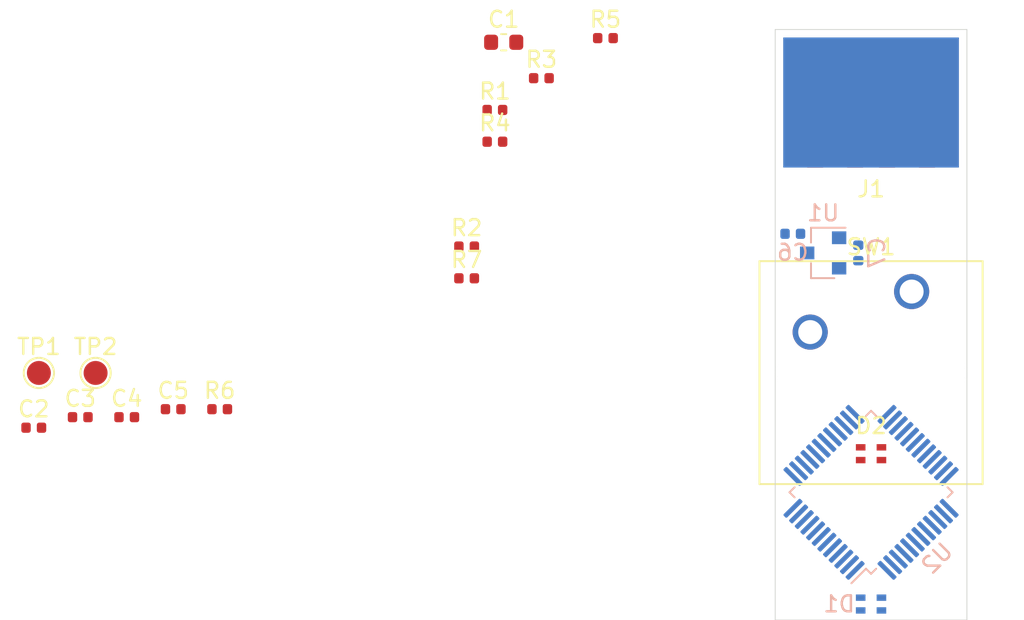
<source format=kicad_pcb>
(kicad_pcb (version 20171130) (host pcbnew 5.1.6)

  (general
    (thickness 1.6)
    (drawings 4)
    (tracks 0)
    (zones 0)
    (modules 22)
    (nets 48)
  )

  (page A4)
  (layers
    (0 F.Cu signal)
    (31 B.Cu signal)
    (32 B.Adhes user)
    (33 F.Adhes user)
    (34 B.Paste user)
    (35 F.Paste user)
    (36 B.SilkS user)
    (37 F.SilkS user)
    (38 B.Mask user)
    (39 F.Mask user)
    (40 Dwgs.User user)
    (41 Cmts.User user)
    (42 Eco1.User user)
    (43 Eco2.User user)
    (44 Edge.Cuts user)
    (45 Margin user)
    (46 B.CrtYd user)
    (47 F.CrtYd user)
    (48 B.Fab user)
    (49 F.Fab user)
  )

  (setup
    (last_trace_width 0.25)
    (trace_clearance 0.2)
    (zone_clearance 0.508)
    (zone_45_only no)
    (trace_min 0.2)
    (via_size 0.8)
    (via_drill 0.4)
    (via_min_size 0.6)
    (via_min_drill 0.3)
    (uvia_size 0.3)
    (uvia_drill 0.1)
    (uvias_allowed no)
    (uvia_min_size 0.2)
    (uvia_min_drill 0.1)
    (edge_width 0.05)
    (segment_width 0.2)
    (pcb_text_width 0.3)
    (pcb_text_size 1.5 1.5)
    (mod_edge_width 0.12)
    (mod_text_size 1 1)
    (mod_text_width 0.15)
    (pad_size 1.524 1.524)
    (pad_drill 0.762)
    (pad_to_mask_clearance 0.05)
    (aux_axis_origin 0 0)
    (visible_elements FFFFF77F)
    (pcbplotparams
      (layerselection 0x010fc_ffffffff)
      (usegerberextensions false)
      (usegerberattributes true)
      (usegerberadvancedattributes true)
      (creategerberjobfile true)
      (excludeedgelayer true)
      (linewidth 0.100000)
      (plotframeref false)
      (viasonmask false)
      (mode 1)
      (useauxorigin false)
      (hpglpennumber 1)
      (hpglpenspeed 20)
      (hpglpendiameter 15.000000)
      (psnegative false)
      (psa4output false)
      (plotreference true)
      (plotvalue true)
      (plotinvisibletext false)
      (padsonsilk false)
      (subtractmaskfromsilk false)
      (outputformat 1)
      (mirror false)
      (drillshape 1)
      (scaleselection 1)
      (outputdirectory ""))
  )

  (net 0 "")
  (net 1 GND)
  (net 2 +3V3)
  (net 3 VBUS)
  (net 4 "Net-(D1-Pad4)")
  (net 5 "Net-(D1-Pad3)")
  (net 6 "Net-(D1-Pad1)")
  (net 7 "Net-(D2-Pad4)")
  (net 8 "Net-(D2-Pad3)")
  (net 9 "Net-(D2-Pad1)")
  (net 10 /D+)
  (net 11 /D-)
  (net 12 /BTN1)
  (net 13 /LED1_R)
  (net 14 /LED1_G)
  (net 15 /LED1_B)
  (net 16 /LED2_R)
  (net 17 /LED2_G)
  (net 18 /LED2_B)
  (net 19 /SWDIO)
  (net 20 /SWCLK)
  (net 21 "Net-(U2-Pad46)")
  (net 22 "Net-(U2-Pad45)")
  (net 23 "Net-(U2-Pad43)")
  (net 24 "Net-(U2-Pad42)")
  (net 25 "Net-(U2-Pad40)")
  (net 26 "Net-(U2-Pad39)")
  (net 27 "Net-(U2-Pad38)")
  (net 28 "Net-(U2-Pad31)")
  (net 29 "Net-(U2-Pad30)")
  (net 30 "Net-(U2-Pad29)")
  (net 31 "Net-(U2-Pad28)")
  (net 32 "Net-(U2-Pad27)")
  (net 33 "Net-(U2-Pad26)")
  (net 34 "Net-(U2-Pad25)")
  (net 35 "Net-(U2-Pad22)")
  (net 36 "Net-(U2-Pad21)")
  (net 37 "Net-(U2-Pad20)")
  (net 38 "Net-(U2-Pad17)")
  (net 39 "Net-(U2-Pad16)")
  (net 40 "Net-(U2-Pad15)")
  (net 41 "Net-(U2-Pad14)")
  (net 42 "Net-(U2-Pad7)")
  (net 43 "Net-(U2-Pad6)")
  (net 44 "Net-(U2-Pad5)")
  (net 45 "Net-(U2-Pad4)")
  (net 46 "Net-(U2-Pad3)")
  (net 47 "Net-(U2-Pad2)")

  (net_class Default "This is the default net class."
    (clearance 0.2)
    (trace_width 0.25)
    (via_dia 0.8)
    (via_drill 0.4)
    (uvia_dia 0.3)
    (uvia_drill 0.1)
    (add_net +3V3)
    (add_net /BTN1)
    (add_net /D+)
    (add_net /D-)
    (add_net /LED1_B)
    (add_net /LED1_G)
    (add_net /LED1_R)
    (add_net /LED2_B)
    (add_net /LED2_G)
    (add_net /LED2_R)
    (add_net /SWCLK)
    (add_net /SWDIO)
    (add_net GND)
    (add_net "Net-(D1-Pad1)")
    (add_net "Net-(D1-Pad3)")
    (add_net "Net-(D1-Pad4)")
    (add_net "Net-(D2-Pad1)")
    (add_net "Net-(D2-Pad3)")
    (add_net "Net-(D2-Pad4)")
    (add_net "Net-(U2-Pad14)")
    (add_net "Net-(U2-Pad15)")
    (add_net "Net-(U2-Pad16)")
    (add_net "Net-(U2-Pad17)")
    (add_net "Net-(U2-Pad2)")
    (add_net "Net-(U2-Pad20)")
    (add_net "Net-(U2-Pad21)")
    (add_net "Net-(U2-Pad22)")
    (add_net "Net-(U2-Pad25)")
    (add_net "Net-(U2-Pad26)")
    (add_net "Net-(U2-Pad27)")
    (add_net "Net-(U2-Pad28)")
    (add_net "Net-(U2-Pad29)")
    (add_net "Net-(U2-Pad3)")
    (add_net "Net-(U2-Pad30)")
    (add_net "Net-(U2-Pad31)")
    (add_net "Net-(U2-Pad38)")
    (add_net "Net-(U2-Pad39)")
    (add_net "Net-(U2-Pad4)")
    (add_net "Net-(U2-Pad40)")
    (add_net "Net-(U2-Pad42)")
    (add_net "Net-(U2-Pad43)")
    (add_net "Net-(U2-Pad45)")
    (add_net "Net-(U2-Pad46)")
    (add_net "Net-(U2-Pad5)")
    (add_net "Net-(U2-Pad6)")
    (add_net "Net-(U2-Pad7)")
    (add_net VBUS)
  )

  (module Capacitor_SMD:C_0402_1005Metric (layer B.Cu) (tedit 5B301BBE) (tstamp 5F92C15E)
    (at 145.1 62.8)
    (descr "Capacitor SMD 0402 (1005 Metric), square (rectangular) end terminal, IPC_7351 nominal, (Body size source: http://www.tortai-tech.com/upload/download/2011102023233369053.pdf), generated with kicad-footprint-generator")
    (tags capacitor)
    (path /5F93753A)
    (attr smd)
    (fp_text reference C6 (at 0 1.17) (layer B.SilkS)
      (effects (font (size 1 1) (thickness 0.15)) (justify mirror))
    )
    (fp_text value 1u (at 0 -1.17) (layer B.Fab)
      (effects (font (size 1 1) (thickness 0.15)) (justify mirror))
    )
    (fp_line (start 0.93 -0.47) (end -0.93 -0.47) (layer B.CrtYd) (width 0.05))
    (fp_line (start 0.93 0.47) (end 0.93 -0.47) (layer B.CrtYd) (width 0.05))
    (fp_line (start -0.93 0.47) (end 0.93 0.47) (layer B.CrtYd) (width 0.05))
    (fp_line (start -0.93 -0.47) (end -0.93 0.47) (layer B.CrtYd) (width 0.05))
    (fp_line (start 0.5 -0.25) (end -0.5 -0.25) (layer B.Fab) (width 0.1))
    (fp_line (start 0.5 0.25) (end 0.5 -0.25) (layer B.Fab) (width 0.1))
    (fp_line (start -0.5 0.25) (end 0.5 0.25) (layer B.Fab) (width 0.1))
    (fp_line (start -0.5 -0.25) (end -0.5 0.25) (layer B.Fab) (width 0.1))
    (fp_text user %R (at 0 0) (layer B.Fab)
      (effects (font (size 0.25 0.25) (thickness 0.04)) (justify mirror))
    )
    (pad 2 smd roundrect (at 0.485 0) (size 0.59 0.64) (layers B.Cu B.Paste B.Mask) (roundrect_rratio 0.25)
      (net 1 GND))
    (pad 1 smd roundrect (at -0.485 0) (size 0.59 0.64) (layers B.Cu B.Paste B.Mask) (roundrect_rratio 0.25)
      (net 3 VBUS))
    (model ${KISYS3DMOD}/Capacitor_SMD.3dshapes/C_0402_1005Metric.wrl
      (at (xyz 0 0 0))
      (scale (xyz 1 1 1))
      (rotate (xyz 0 0 0))
    )
  )

  (module Package_QFP:LQFP-48_7x7mm_P0.5mm (layer B.Cu) (tedit 5D9F72AF) (tstamp 5F92E9DF)
    (at 150 79 45)
    (descr "LQFP, 48 Pin (https://www.analog.com/media/en/technical-documentation/data-sheets/ltc2358-16.pdf), generated with kicad-footprint-generator ipc_gullwing_generator.py")
    (tags "LQFP QFP")
    (path /5F878F8D)
    (attr smd)
    (fp_text reference U2 (at 0 5.85 45) (layer B.SilkS)
      (effects (font (size 1 1) (thickness 0.15)) (justify mirror))
    )
    (fp_text value STM32F072CBT6 (at 0 -5.85 45) (layer B.Fab)
      (effects (font (size 1 1) (thickness 0.15)) (justify mirror))
    )
    (fp_line (start 5.15 -3.15) (end 5.15 0) (layer B.CrtYd) (width 0.05))
    (fp_line (start 3.75 -3.15) (end 5.15 -3.15) (layer B.CrtYd) (width 0.05))
    (fp_line (start 3.75 -3.75) (end 3.75 -3.15) (layer B.CrtYd) (width 0.05))
    (fp_line (start 3.15 -3.75) (end 3.75 -3.75) (layer B.CrtYd) (width 0.05))
    (fp_line (start 3.15 -5.15) (end 3.15 -3.75) (layer B.CrtYd) (width 0.05))
    (fp_line (start 0 -5.15) (end 3.15 -5.15) (layer B.CrtYd) (width 0.05))
    (fp_line (start -5.15 -3.15) (end -5.15 0) (layer B.CrtYd) (width 0.05))
    (fp_line (start -3.75 -3.15) (end -5.15 -3.15) (layer B.CrtYd) (width 0.05))
    (fp_line (start -3.75 -3.75) (end -3.75 -3.15) (layer B.CrtYd) (width 0.05))
    (fp_line (start -3.15 -3.75) (end -3.75 -3.75) (layer B.CrtYd) (width 0.05))
    (fp_line (start -3.15 -5.15) (end -3.15 -3.75) (layer B.CrtYd) (width 0.05))
    (fp_line (start 0 -5.15) (end -3.15 -5.15) (layer B.CrtYd) (width 0.05))
    (fp_line (start 5.15 3.15) (end 5.15 0) (layer B.CrtYd) (width 0.05))
    (fp_line (start 3.75 3.15) (end 5.15 3.15) (layer B.CrtYd) (width 0.05))
    (fp_line (start 3.75 3.75) (end 3.75 3.15) (layer B.CrtYd) (width 0.05))
    (fp_line (start 3.15 3.75) (end 3.75 3.75) (layer B.CrtYd) (width 0.05))
    (fp_line (start 3.15 5.15) (end 3.15 3.75) (layer B.CrtYd) (width 0.05))
    (fp_line (start 0 5.15) (end 3.15 5.15) (layer B.CrtYd) (width 0.05))
    (fp_line (start -5.15 3.15) (end -5.15 0) (layer B.CrtYd) (width 0.05))
    (fp_line (start -3.75 3.15) (end -5.15 3.15) (layer B.CrtYd) (width 0.05))
    (fp_line (start -3.75 3.75) (end -3.75 3.15) (layer B.CrtYd) (width 0.05))
    (fp_line (start -3.15 3.75) (end -3.75 3.75) (layer B.CrtYd) (width 0.05))
    (fp_line (start -3.15 5.15) (end -3.15 3.75) (layer B.CrtYd) (width 0.05))
    (fp_line (start 0 5.15) (end -3.15 5.15) (layer B.CrtYd) (width 0.05))
    (fp_line (start -3.5 2.5) (end -2.5 3.5) (layer B.Fab) (width 0.1))
    (fp_line (start -3.5 -3.5) (end -3.5 2.5) (layer B.Fab) (width 0.1))
    (fp_line (start 3.5 -3.5) (end -3.5 -3.5) (layer B.Fab) (width 0.1))
    (fp_line (start 3.5 3.5) (end 3.5 -3.5) (layer B.Fab) (width 0.1))
    (fp_line (start -2.5 3.5) (end 3.5 3.5) (layer B.Fab) (width 0.1))
    (fp_line (start -3.61 3.16) (end -4.9 3.16) (layer B.SilkS) (width 0.12))
    (fp_line (start -3.61 3.61) (end -3.61 3.16) (layer B.SilkS) (width 0.12))
    (fp_line (start -3.16 3.61) (end -3.61 3.61) (layer B.SilkS) (width 0.12))
    (fp_line (start 3.61 3.61) (end 3.61 3.16) (layer B.SilkS) (width 0.12))
    (fp_line (start 3.16 3.61) (end 3.61 3.61) (layer B.SilkS) (width 0.12))
    (fp_line (start -3.61 -3.61) (end -3.61 -3.16) (layer B.SilkS) (width 0.12))
    (fp_line (start -3.16 -3.61) (end -3.61 -3.61) (layer B.SilkS) (width 0.12))
    (fp_line (start 3.61 -3.61) (end 3.61 -3.16) (layer B.SilkS) (width 0.12))
    (fp_line (start 3.16 -3.61) (end 3.61 -3.61) (layer B.SilkS) (width 0.12))
    (fp_text user %R (at 0 0 45) (layer B.Fab)
      (effects (font (size 1 1) (thickness 0.15)) (justify mirror))
    )
    (pad 48 smd roundrect (at -2.75 4.1625 45) (size 0.3 1.475) (layers B.Cu B.Paste B.Mask) (roundrect_rratio 0.25)
      (net 2 +3V3))
    (pad 47 smd roundrect (at -2.25 4.1625 45) (size 0.3 1.475) (layers B.Cu B.Paste B.Mask) (roundrect_rratio 0.25)
      (net 1 GND))
    (pad 46 smd roundrect (at -1.75 4.1625 45) (size 0.3 1.475) (layers B.Cu B.Paste B.Mask) (roundrect_rratio 0.25)
      (net 21 "Net-(U2-Pad46)"))
    (pad 45 smd roundrect (at -1.25 4.1625 45) (size 0.3 1.475) (layers B.Cu B.Paste B.Mask) (roundrect_rratio 0.25)
      (net 22 "Net-(U2-Pad45)"))
    (pad 44 smd roundrect (at -0.75 4.1625 45) (size 0.3 1.475) (layers B.Cu B.Paste B.Mask) (roundrect_rratio 0.25)
      (net 12 /BTN1))
    (pad 43 smd roundrect (at -0.25 4.1625 45) (size 0.3 1.475) (layers B.Cu B.Paste B.Mask) (roundrect_rratio 0.25)
      (net 23 "Net-(U2-Pad43)"))
    (pad 42 smd roundrect (at 0.25 4.1625 45) (size 0.3 1.475) (layers B.Cu B.Paste B.Mask) (roundrect_rratio 0.25)
      (net 24 "Net-(U2-Pad42)"))
    (pad 41 smd roundrect (at 0.75 4.1625 45) (size 0.3 1.475) (layers B.Cu B.Paste B.Mask) (roundrect_rratio 0.25)
      (net 18 /LED2_B))
    (pad 40 smd roundrect (at 1.25 4.1625 45) (size 0.3 1.475) (layers B.Cu B.Paste B.Mask) (roundrect_rratio 0.25)
      (net 25 "Net-(U2-Pad40)"))
    (pad 39 smd roundrect (at 1.75 4.1625 45) (size 0.3 1.475) (layers B.Cu B.Paste B.Mask) (roundrect_rratio 0.25)
      (net 26 "Net-(U2-Pad39)"))
    (pad 38 smd roundrect (at 2.25 4.1625 45) (size 0.3 1.475) (layers B.Cu B.Paste B.Mask) (roundrect_rratio 0.25)
      (net 27 "Net-(U2-Pad38)"))
    (pad 37 smd roundrect (at 2.75 4.1625 45) (size 0.3 1.475) (layers B.Cu B.Paste B.Mask) (roundrect_rratio 0.25)
      (net 20 /SWCLK))
    (pad 36 smd roundrect (at 4.1625 2.75 45) (size 1.475 0.3) (layers B.Cu B.Paste B.Mask) (roundrect_rratio 0.25)
      (net 2 +3V3))
    (pad 35 smd roundrect (at 4.1625 2.25 45) (size 1.475 0.3) (layers B.Cu B.Paste B.Mask) (roundrect_rratio 0.25)
      (net 1 GND))
    (pad 34 smd roundrect (at 4.1625 1.75 45) (size 1.475 0.3) (layers B.Cu B.Paste B.Mask) (roundrect_rratio 0.25)
      (net 19 /SWDIO))
    (pad 33 smd roundrect (at 4.1625 1.25 45) (size 1.475 0.3) (layers B.Cu B.Paste B.Mask) (roundrect_rratio 0.25)
      (net 10 /D+))
    (pad 32 smd roundrect (at 4.1625 0.75 45) (size 1.475 0.3) (layers B.Cu B.Paste B.Mask) (roundrect_rratio 0.25)
      (net 11 /D-))
    (pad 31 smd roundrect (at 4.1625 0.25 45) (size 1.475 0.3) (layers B.Cu B.Paste B.Mask) (roundrect_rratio 0.25)
      (net 28 "Net-(U2-Pad31)"))
    (pad 30 smd roundrect (at 4.1625 -0.25 45) (size 1.475 0.3) (layers B.Cu B.Paste B.Mask) (roundrect_rratio 0.25)
      (net 29 "Net-(U2-Pad30)"))
    (pad 29 smd roundrect (at 4.1625 -0.75 45) (size 1.475 0.3) (layers B.Cu B.Paste B.Mask) (roundrect_rratio 0.25)
      (net 30 "Net-(U2-Pad29)"))
    (pad 28 smd roundrect (at 4.1625 -1.25 45) (size 1.475 0.3) (layers B.Cu B.Paste B.Mask) (roundrect_rratio 0.25)
      (net 31 "Net-(U2-Pad28)"))
    (pad 27 smd roundrect (at 4.1625 -1.75 45) (size 1.475 0.3) (layers B.Cu B.Paste B.Mask) (roundrect_rratio 0.25)
      (net 32 "Net-(U2-Pad27)"))
    (pad 26 smd roundrect (at 4.1625 -2.25 45) (size 1.475 0.3) (layers B.Cu B.Paste B.Mask) (roundrect_rratio 0.25)
      (net 33 "Net-(U2-Pad26)"))
    (pad 25 smd roundrect (at 4.1625 -2.75 45) (size 1.475 0.3) (layers B.Cu B.Paste B.Mask) (roundrect_rratio 0.25)
      (net 34 "Net-(U2-Pad25)"))
    (pad 24 smd roundrect (at 2.75 -4.1625 45) (size 0.3 1.475) (layers B.Cu B.Paste B.Mask) (roundrect_rratio 0.25)
      (net 2 +3V3))
    (pad 23 smd roundrect (at 2.25 -4.1625 45) (size 0.3 1.475) (layers B.Cu B.Paste B.Mask) (roundrect_rratio 0.25)
      (net 1 GND))
    (pad 22 smd roundrect (at 1.75 -4.1625 45) (size 0.3 1.475) (layers B.Cu B.Paste B.Mask) (roundrect_rratio 0.25)
      (net 35 "Net-(U2-Pad22)"))
    (pad 21 smd roundrect (at 1.25 -4.1625 45) (size 0.3 1.475) (layers B.Cu B.Paste B.Mask) (roundrect_rratio 0.25)
      (net 36 "Net-(U2-Pad21)"))
    (pad 20 smd roundrect (at 0.75 -4.1625 45) (size 0.3 1.475) (layers B.Cu B.Paste B.Mask) (roundrect_rratio 0.25)
      (net 37 "Net-(U2-Pad20)"))
    (pad 19 smd roundrect (at 0.25 -4.1625 45) (size 0.3 1.475) (layers B.Cu B.Paste B.Mask) (roundrect_rratio 0.25)
      (net 16 /LED2_R))
    (pad 18 smd roundrect (at -0.25 -4.1625 45) (size 0.3 1.475) (layers B.Cu B.Paste B.Mask) (roundrect_rratio 0.25)
      (net 17 /LED2_G))
    (pad 17 smd roundrect (at -0.75 -4.1625 45) (size 0.3 1.475) (layers B.Cu B.Paste B.Mask) (roundrect_rratio 0.25)
      (net 38 "Net-(U2-Pad17)"))
    (pad 16 smd roundrect (at -1.25 -4.1625 45) (size 0.3 1.475) (layers B.Cu B.Paste B.Mask) (roundrect_rratio 0.25)
      (net 39 "Net-(U2-Pad16)"))
    (pad 15 smd roundrect (at -1.75 -4.1625 45) (size 0.3 1.475) (layers B.Cu B.Paste B.Mask) (roundrect_rratio 0.25)
      (net 40 "Net-(U2-Pad15)"))
    (pad 14 smd roundrect (at -2.25 -4.1625 45) (size 0.3 1.475) (layers B.Cu B.Paste B.Mask) (roundrect_rratio 0.25)
      (net 41 "Net-(U2-Pad14)"))
    (pad 13 smd roundrect (at -2.75 -4.1625 45) (size 0.3 1.475) (layers B.Cu B.Paste B.Mask) (roundrect_rratio 0.25)
      (net 12 /BTN1))
    (pad 12 smd roundrect (at -4.1625 -2.75 45) (size 1.475 0.3) (layers B.Cu B.Paste B.Mask) (roundrect_rratio 0.25)
      (net 13 /LED1_R))
    (pad 11 smd roundrect (at -4.1625 -2.25 45) (size 1.475 0.3) (layers B.Cu B.Paste B.Mask) (roundrect_rratio 0.25)
      (net 14 /LED1_G))
    (pad 10 smd roundrect (at -4.1625 -1.75 45) (size 1.475 0.3) (layers B.Cu B.Paste B.Mask) (roundrect_rratio 0.25)
      (net 15 /LED1_B))
    (pad 9 smd roundrect (at -4.1625 -1.25 45) (size 1.475 0.3) (layers B.Cu B.Paste B.Mask) (roundrect_rratio 0.25)
      (net 2 +3V3))
    (pad 8 smd roundrect (at -4.1625 -0.75 45) (size 1.475 0.3) (layers B.Cu B.Paste B.Mask) (roundrect_rratio 0.25)
      (net 1 GND))
    (pad 7 smd roundrect (at -4.1625 -0.25 45) (size 1.475 0.3) (layers B.Cu B.Paste B.Mask) (roundrect_rratio 0.25)
      (net 42 "Net-(U2-Pad7)"))
    (pad 6 smd roundrect (at -4.1625 0.25 45) (size 1.475 0.3) (layers B.Cu B.Paste B.Mask) (roundrect_rratio 0.25)
      (net 43 "Net-(U2-Pad6)"))
    (pad 5 smd roundrect (at -4.1625 0.75 45) (size 1.475 0.3) (layers B.Cu B.Paste B.Mask) (roundrect_rratio 0.25)
      (net 44 "Net-(U2-Pad5)"))
    (pad 4 smd roundrect (at -4.1625 1.25 45) (size 1.475 0.3) (layers B.Cu B.Paste B.Mask) (roundrect_rratio 0.25)
      (net 45 "Net-(U2-Pad4)"))
    (pad 3 smd roundrect (at -4.1625 1.75 45) (size 1.475 0.3) (layers B.Cu B.Paste B.Mask) (roundrect_rratio 0.25)
      (net 46 "Net-(U2-Pad3)"))
    (pad 2 smd roundrect (at -4.1625 2.25 45) (size 1.475 0.3) (layers B.Cu B.Paste B.Mask) (roundrect_rratio 0.25)
      (net 47 "Net-(U2-Pad2)"))
    (pad 1 smd roundrect (at -4.1625 2.75 45) (size 1.475 0.3) (layers B.Cu B.Paste B.Mask) (roundrect_rratio 0.25)
      (net 2 +3V3))
    (model ${KISYS3DMOD}/Package_QFP.3dshapes/LQFP-48_7x7mm_P0.5mm.wrl
      (at (xyz 0 0 0))
      (scale (xyz 1 1 1))
      (rotate (xyz 0 0 0))
    )
  )

  (module Package_TO_SOT_SMD:SOT-23 (layer B.Cu) (tedit 5A02FF57) (tstamp 5F92B4F1)
    (at 147 64 180)
    (descr "SOT-23, Standard")
    (tags SOT-23)
    (path /5FA01775)
    (attr smd)
    (fp_text reference U1 (at 0 2.5) (layer B.SilkS)
      (effects (font (size 1 1) (thickness 0.15)) (justify mirror))
    )
    (fp_text value XC6206P332MR (at 0 -2.5) (layer B.Fab)
      (effects (font (size 1 1) (thickness 0.15)) (justify mirror))
    )
    (fp_line (start -0.7 0.95) (end -0.7 -1.5) (layer B.Fab) (width 0.1))
    (fp_line (start -0.15 1.52) (end 0.7 1.52) (layer B.Fab) (width 0.1))
    (fp_line (start -0.7 0.95) (end -0.15 1.52) (layer B.Fab) (width 0.1))
    (fp_line (start 0.7 1.52) (end 0.7 -1.52) (layer B.Fab) (width 0.1))
    (fp_line (start -0.7 -1.52) (end 0.7 -1.52) (layer B.Fab) (width 0.1))
    (fp_line (start 0.76 -1.58) (end 0.76 -0.65) (layer B.SilkS) (width 0.12))
    (fp_line (start 0.76 1.58) (end 0.76 0.65) (layer B.SilkS) (width 0.12))
    (fp_line (start -1.7 1.75) (end 1.7 1.75) (layer B.CrtYd) (width 0.05))
    (fp_line (start 1.7 1.75) (end 1.7 -1.75) (layer B.CrtYd) (width 0.05))
    (fp_line (start 1.7 -1.75) (end -1.7 -1.75) (layer B.CrtYd) (width 0.05))
    (fp_line (start -1.7 -1.75) (end -1.7 1.75) (layer B.CrtYd) (width 0.05))
    (fp_line (start 0.76 1.58) (end -1.4 1.58) (layer B.SilkS) (width 0.12))
    (fp_line (start 0.76 -1.58) (end -0.7 -1.58) (layer B.SilkS) (width 0.12))
    (fp_text user %R (at 0 0 -90) (layer B.Fab)
      (effects (font (size 0.5 0.5) (thickness 0.075)) (justify mirror))
    )
    (pad 1 smd rect (at -1 0.95 180) (size 0.9 0.8) (layers B.Cu B.Paste B.Mask)
      (net 1 GND))
    (pad 2 smd rect (at -1 -0.95 180) (size 0.9 0.8) (layers B.Cu B.Paste B.Mask)
      (net 2 +3V3))
    (pad 3 smd rect (at 1 0 180) (size 0.9 0.8) (layers B.Cu B.Paste B.Mask)
      (net 3 VBUS))
    (model ${KISYS3DMOD}/Package_TO_SOT_SMD.3dshapes/SOT-23.wrl
      (at (xyz 0 0 0))
      (scale (xyz 1 1 1))
      (rotate (xyz 0 0 0))
    )
  )

  (module TestPoint:TestPoint_Pad_D1.5mm (layer F.Cu) (tedit 5A0F774F) (tstamp 5F92A952)
    (at 101.45 71.52)
    (descr "SMD pad as test Point, diameter 1.5mm")
    (tags "test point SMD pad")
    (path /5FCB2854)
    (attr virtual)
    (fp_text reference TP2 (at 0 -1.648) (layer F.SilkS)
      (effects (font (size 1 1) (thickness 0.15)))
    )
    (fp_text value SWCLK (at 0 1.75) (layer F.Fab)
      (effects (font (size 1 1) (thickness 0.15)))
    )
    (fp_circle (center 0 0) (end 0 0.95) (layer F.SilkS) (width 0.12))
    (fp_circle (center 0 0) (end 1.25 0) (layer F.CrtYd) (width 0.05))
    (fp_text user %R (at 0 -1.65) (layer F.Fab)
      (effects (font (size 1 1) (thickness 0.15)))
    )
    (pad 1 smd circle (at 0 0) (size 1.5 1.5) (layers F.Cu F.Mask)
      (net 20 /SWCLK))
  )

  (module TestPoint:TestPoint_Pad_D1.5mm (layer F.Cu) (tedit 5A0F774F) (tstamp 5F92A94A)
    (at 97.9 71.52)
    (descr "SMD pad as test Point, diameter 1.5mm")
    (tags "test point SMD pad")
    (path /5FCAA338)
    (attr virtual)
    (fp_text reference TP1 (at 0 -1.648) (layer F.SilkS)
      (effects (font (size 1 1) (thickness 0.15)))
    )
    (fp_text value SWDIO (at 0 1.75) (layer F.Fab)
      (effects (font (size 1 1) (thickness 0.15)))
    )
    (fp_circle (center 0 0) (end 0 0.95) (layer F.SilkS) (width 0.12))
    (fp_circle (center 0 0) (end 1.25 0) (layer F.CrtYd) (width 0.05))
    (fp_text user %R (at 0 -1.65) (layer F.Fab)
      (effects (font (size 1 1) (thickness 0.15)))
    )
    (pad 1 smd circle (at 0 0) (size 1.5 1.5) (layers F.Cu F.Mask)
      (net 19 /SWDIO))
  )

  (module Button_Switch_Keyboard:SW_Cherry_MX_1.00u_PCB (layer F.Cu) (tedit 5A02FE24) (tstamp 5F92DCF2)
    (at 152.54 66.42)
    (descr "Cherry MX keyswitch, 1.00u, PCB mount, http://cherryamericas.com/wp-content/uploads/2014/12/mx_cat.pdf")
    (tags "Cherry MX keyswitch 1.00u PCB")
    (path /5F925207)
    (fp_text reference SW1 (at -2.54 -2.794) (layer F.SilkS)
      (effects (font (size 1 1) (thickness 0.15)))
    )
    (fp_text value MXxx-xxxx (at -2.54 12.954) (layer F.Fab)
      (effects (font (size 1 1) (thickness 0.15)))
    )
    (fp_line (start -9.525 12.065) (end -9.525 -1.905) (layer F.SilkS) (width 0.12))
    (fp_line (start 4.445 12.065) (end -9.525 12.065) (layer F.SilkS) (width 0.12))
    (fp_line (start 4.445 -1.905) (end 4.445 12.065) (layer F.SilkS) (width 0.12))
    (fp_line (start -9.525 -1.905) (end 4.445 -1.905) (layer F.SilkS) (width 0.12))
    (fp_line (start -12.065 14.605) (end -12.065 -4.445) (layer Dwgs.User) (width 0.15))
    (fp_line (start 6.985 14.605) (end -12.065 14.605) (layer Dwgs.User) (width 0.15))
    (fp_line (start 6.985 -4.445) (end 6.985 14.605) (layer Dwgs.User) (width 0.15))
    (fp_line (start -12.065 -4.445) (end 6.985 -4.445) (layer Dwgs.User) (width 0.15))
    (fp_line (start -9.14 -1.52) (end 4.06 -1.52) (layer F.CrtYd) (width 0.05))
    (fp_line (start 4.06 -1.52) (end 4.06 11.68) (layer F.CrtYd) (width 0.05))
    (fp_line (start 4.06 11.68) (end -9.14 11.68) (layer F.CrtYd) (width 0.05))
    (fp_line (start -9.14 11.68) (end -9.14 -1.52) (layer F.CrtYd) (width 0.05))
    (fp_line (start -8.89 11.43) (end -8.89 -1.27) (layer F.Fab) (width 0.1))
    (fp_line (start 3.81 11.43) (end -8.89 11.43) (layer F.Fab) (width 0.1))
    (fp_line (start 3.81 -1.27) (end 3.81 11.43) (layer F.Fab) (width 0.1))
    (fp_line (start -8.89 -1.27) (end 3.81 -1.27) (layer F.Fab) (width 0.1))
    (fp_text user %R (at -2.54 -2.794) (layer F.Fab)
      (effects (font (size 1 1) (thickness 0.15)))
    )
    (pad "" np_thru_hole circle (at 2.54 5.08) (size 1.7 1.7) (drill 1.7) (layers *.Cu *.Mask))
    (pad "" np_thru_hole circle (at -7.62 5.08) (size 1.7 1.7) (drill 1.7) (layers *.Cu *.Mask))
    (pad "" np_thru_hole circle (at -2.54 5.08) (size 4 4) (drill 4) (layers *.Cu *.Mask))
    (pad 2 thru_hole circle (at -6.35 2.54) (size 2.2 2.2) (drill 1.5) (layers *.Cu *.Mask)
      (net 2 +3V3))
    (pad 1 thru_hole circle (at 0 0) (size 2.2 2.2) (drill 1.5) (layers *.Cu *.Mask)
      (net 12 /BTN1))
    (model ${KISYS3DMOD}/Button_Switch_Keyboard.3dshapes/SW_Cherry_MX_1.00u_PCB.wrl
      (at (xyz 0 0 0))
      (scale (xyz 1 1 1))
      (rotate (xyz 0 0 0))
    )
  )

  (module Resistor_SMD:R_0402_1005Metric (layer F.Cu) (tedit 5B301BBD) (tstamp 5F92A928)
    (at 124.68 65.59)
    (descr "Resistor SMD 0402 (1005 Metric), square (rectangular) end terminal, IPC_7351 nominal, (Body size source: http://www.tortai-tech.com/upload/download/2011102023233369053.pdf), generated with kicad-footprint-generator")
    (tags resistor)
    (path /5FDA0D19)
    (attr smd)
    (fp_text reference R7 (at 0 -1.17) (layer F.SilkS)
      (effects (font (size 1 1) (thickness 0.15)))
    )
    (fp_text value 1k (at 0 1.17) (layer F.Fab)
      (effects (font (size 1 1) (thickness 0.15)))
    )
    (fp_line (start 0.93 0.47) (end -0.93 0.47) (layer F.CrtYd) (width 0.05))
    (fp_line (start 0.93 -0.47) (end 0.93 0.47) (layer F.CrtYd) (width 0.05))
    (fp_line (start -0.93 -0.47) (end 0.93 -0.47) (layer F.CrtYd) (width 0.05))
    (fp_line (start -0.93 0.47) (end -0.93 -0.47) (layer F.CrtYd) (width 0.05))
    (fp_line (start 0.5 0.25) (end -0.5 0.25) (layer F.Fab) (width 0.1))
    (fp_line (start 0.5 -0.25) (end 0.5 0.25) (layer F.Fab) (width 0.1))
    (fp_line (start -0.5 -0.25) (end 0.5 -0.25) (layer F.Fab) (width 0.1))
    (fp_line (start -0.5 0.25) (end -0.5 -0.25) (layer F.Fab) (width 0.1))
    (fp_text user %R (at 0 0) (layer F.Fab)
      (effects (font (size 0.25 0.25) (thickness 0.04)))
    )
    (pad 2 smd roundrect (at 0.485 0) (size 0.59 0.64) (layers F.Cu F.Paste F.Mask) (roundrect_rratio 0.25)
      (net 8 "Net-(D2-Pad3)"))
    (pad 1 smd roundrect (at -0.485 0) (size 0.59 0.64) (layers F.Cu F.Paste F.Mask) (roundrect_rratio 0.25)
      (net 18 /LED2_B))
    (model ${KISYS3DMOD}/Resistor_SMD.3dshapes/R_0402_1005Metric.wrl
      (at (xyz 0 0 0))
      (scale (xyz 1 1 1))
      (rotate (xyz 0 0 0))
    )
  )

  (module Resistor_SMD:R_0402_1005Metric (layer F.Cu) (tedit 5B301BBD) (tstamp 5F92A919)
    (at 109.22 73.79)
    (descr "Resistor SMD 0402 (1005 Metric), square (rectangular) end terminal, IPC_7351 nominal, (Body size source: http://www.tortai-tech.com/upload/download/2011102023233369053.pdf), generated with kicad-footprint-generator")
    (tags resistor)
    (path /5FDA00DF)
    (attr smd)
    (fp_text reference R6 (at 0 -1.17) (layer F.SilkS)
      (effects (font (size 1 1) (thickness 0.15)))
    )
    (fp_text value 1k (at 0 1.17) (layer F.Fab)
      (effects (font (size 1 1) (thickness 0.15)))
    )
    (fp_line (start 0.93 0.47) (end -0.93 0.47) (layer F.CrtYd) (width 0.05))
    (fp_line (start 0.93 -0.47) (end 0.93 0.47) (layer F.CrtYd) (width 0.05))
    (fp_line (start -0.93 -0.47) (end 0.93 -0.47) (layer F.CrtYd) (width 0.05))
    (fp_line (start -0.93 0.47) (end -0.93 -0.47) (layer F.CrtYd) (width 0.05))
    (fp_line (start 0.5 0.25) (end -0.5 0.25) (layer F.Fab) (width 0.1))
    (fp_line (start 0.5 -0.25) (end 0.5 0.25) (layer F.Fab) (width 0.1))
    (fp_line (start -0.5 -0.25) (end 0.5 -0.25) (layer F.Fab) (width 0.1))
    (fp_line (start -0.5 0.25) (end -0.5 -0.25) (layer F.Fab) (width 0.1))
    (fp_text user %R (at 0 0) (layer F.Fab)
      (effects (font (size 0.25 0.25) (thickness 0.04)))
    )
    (pad 2 smd roundrect (at 0.485 0) (size 0.59 0.64) (layers F.Cu F.Paste F.Mask) (roundrect_rratio 0.25)
      (net 7 "Net-(D2-Pad4)"))
    (pad 1 smd roundrect (at -0.485 0) (size 0.59 0.64) (layers F.Cu F.Paste F.Mask) (roundrect_rratio 0.25)
      (net 17 /LED2_G))
    (model ${KISYS3DMOD}/Resistor_SMD.3dshapes/R_0402_1005Metric.wrl
      (at (xyz 0 0 0))
      (scale (xyz 1 1 1))
      (rotate (xyz 0 0 0))
    )
  )

  (module Resistor_SMD:R_0402_1005Metric (layer F.Cu) (tedit 5B301BBD) (tstamp 5F92A90A)
    (at 133.37 50.54)
    (descr "Resistor SMD 0402 (1005 Metric), square (rectangular) end terminal, IPC_7351 nominal, (Body size source: http://www.tortai-tech.com/upload/download/2011102023233369053.pdf), generated with kicad-footprint-generator")
    (tags resistor)
    (path /5FD9D2CE)
    (attr smd)
    (fp_text reference R5 (at 0 -1.17) (layer F.SilkS)
      (effects (font (size 1 1) (thickness 0.15)))
    )
    (fp_text value 1k (at 0 1.17) (layer F.Fab)
      (effects (font (size 1 1) (thickness 0.15)))
    )
    (fp_line (start 0.93 0.47) (end -0.93 0.47) (layer F.CrtYd) (width 0.05))
    (fp_line (start 0.93 -0.47) (end 0.93 0.47) (layer F.CrtYd) (width 0.05))
    (fp_line (start -0.93 -0.47) (end 0.93 -0.47) (layer F.CrtYd) (width 0.05))
    (fp_line (start -0.93 0.47) (end -0.93 -0.47) (layer F.CrtYd) (width 0.05))
    (fp_line (start 0.5 0.25) (end -0.5 0.25) (layer F.Fab) (width 0.1))
    (fp_line (start 0.5 -0.25) (end 0.5 0.25) (layer F.Fab) (width 0.1))
    (fp_line (start -0.5 -0.25) (end 0.5 -0.25) (layer F.Fab) (width 0.1))
    (fp_line (start -0.5 0.25) (end -0.5 -0.25) (layer F.Fab) (width 0.1))
    (fp_text user %R (at 0 0) (layer F.Fab)
      (effects (font (size 0.25 0.25) (thickness 0.04)))
    )
    (pad 2 smd roundrect (at 0.485 0) (size 0.59 0.64) (layers F.Cu F.Paste F.Mask) (roundrect_rratio 0.25)
      (net 9 "Net-(D2-Pad1)"))
    (pad 1 smd roundrect (at -0.485 0) (size 0.59 0.64) (layers F.Cu F.Paste F.Mask) (roundrect_rratio 0.25)
      (net 16 /LED2_R))
    (model ${KISYS3DMOD}/Resistor_SMD.3dshapes/R_0402_1005Metric.wrl
      (at (xyz 0 0 0))
      (scale (xyz 1 1 1))
      (rotate (xyz 0 0 0))
    )
  )

  (module Resistor_SMD:R_0402_1005Metric (layer F.Cu) (tedit 5B301BBD) (tstamp 5F92A8FB)
    (at 126.45 57.03)
    (descr "Resistor SMD 0402 (1005 Metric), square (rectangular) end terminal, IPC_7351 nominal, (Body size source: http://www.tortai-tech.com/upload/download/2011102023233369053.pdf), generated with kicad-footprint-generator")
    (tags resistor)
    (path /5F9366E4)
    (attr smd)
    (fp_text reference R4 (at 0 -1.17) (layer F.SilkS)
      (effects (font (size 1 1) (thickness 0.15)))
    )
    (fp_text value 1k (at 0 1.17) (layer F.Fab)
      (effects (font (size 1 1) (thickness 0.15)))
    )
    (fp_line (start 0.93 0.47) (end -0.93 0.47) (layer F.CrtYd) (width 0.05))
    (fp_line (start 0.93 -0.47) (end 0.93 0.47) (layer F.CrtYd) (width 0.05))
    (fp_line (start -0.93 -0.47) (end 0.93 -0.47) (layer F.CrtYd) (width 0.05))
    (fp_line (start -0.93 0.47) (end -0.93 -0.47) (layer F.CrtYd) (width 0.05))
    (fp_line (start 0.5 0.25) (end -0.5 0.25) (layer F.Fab) (width 0.1))
    (fp_line (start 0.5 -0.25) (end 0.5 0.25) (layer F.Fab) (width 0.1))
    (fp_line (start -0.5 -0.25) (end 0.5 -0.25) (layer F.Fab) (width 0.1))
    (fp_line (start -0.5 0.25) (end -0.5 -0.25) (layer F.Fab) (width 0.1))
    (fp_text user %R (at 0 0) (layer F.Fab)
      (effects (font (size 0.25 0.25) (thickness 0.04)))
    )
    (pad 2 smd roundrect (at 0.485 0) (size 0.59 0.64) (layers F.Cu F.Paste F.Mask) (roundrect_rratio 0.25)
      (net 5 "Net-(D1-Pad3)"))
    (pad 1 smd roundrect (at -0.485 0) (size 0.59 0.64) (layers F.Cu F.Paste F.Mask) (roundrect_rratio 0.25)
      (net 15 /LED1_B))
    (model ${KISYS3DMOD}/Resistor_SMD.3dshapes/R_0402_1005Metric.wrl
      (at (xyz 0 0 0))
      (scale (xyz 1 1 1))
      (rotate (xyz 0 0 0))
    )
  )

  (module Resistor_SMD:R_0402_1005Metric (layer F.Cu) (tedit 5B301BBD) (tstamp 5F92A8EC)
    (at 129.36 53.05)
    (descr "Resistor SMD 0402 (1005 Metric), square (rectangular) end terminal, IPC_7351 nominal, (Body size source: http://www.tortai-tech.com/upload/download/2011102023233369053.pdf), generated with kicad-footprint-generator")
    (tags resistor)
    (path /5F935EFD)
    (attr smd)
    (fp_text reference R3 (at 0 -1.17) (layer F.SilkS)
      (effects (font (size 1 1) (thickness 0.15)))
    )
    (fp_text value 1k (at 0 1.17) (layer F.Fab)
      (effects (font (size 1 1) (thickness 0.15)))
    )
    (fp_line (start 0.93 0.47) (end -0.93 0.47) (layer F.CrtYd) (width 0.05))
    (fp_line (start 0.93 -0.47) (end 0.93 0.47) (layer F.CrtYd) (width 0.05))
    (fp_line (start -0.93 -0.47) (end 0.93 -0.47) (layer F.CrtYd) (width 0.05))
    (fp_line (start -0.93 0.47) (end -0.93 -0.47) (layer F.CrtYd) (width 0.05))
    (fp_line (start 0.5 0.25) (end -0.5 0.25) (layer F.Fab) (width 0.1))
    (fp_line (start 0.5 -0.25) (end 0.5 0.25) (layer F.Fab) (width 0.1))
    (fp_line (start -0.5 -0.25) (end 0.5 -0.25) (layer F.Fab) (width 0.1))
    (fp_line (start -0.5 0.25) (end -0.5 -0.25) (layer F.Fab) (width 0.1))
    (fp_text user %R (at 0 0) (layer F.Fab)
      (effects (font (size 0.25 0.25) (thickness 0.04)))
    )
    (pad 2 smd roundrect (at 0.485 0) (size 0.59 0.64) (layers F.Cu F.Paste F.Mask) (roundrect_rratio 0.25)
      (net 4 "Net-(D1-Pad4)"))
    (pad 1 smd roundrect (at -0.485 0) (size 0.59 0.64) (layers F.Cu F.Paste F.Mask) (roundrect_rratio 0.25)
      (net 14 /LED1_G))
    (model ${KISYS3DMOD}/Resistor_SMD.3dshapes/R_0402_1005Metric.wrl
      (at (xyz 0 0 0))
      (scale (xyz 1 1 1))
      (rotate (xyz 0 0 0))
    )
  )

  (module Resistor_SMD:R_0402_1005Metric (layer F.Cu) (tedit 5B301BBD) (tstamp 5F92A8DD)
    (at 124.68 63.6)
    (descr "Resistor SMD 0402 (1005 Metric), square (rectangular) end terminal, IPC_7351 nominal, (Body size source: http://www.tortai-tech.com/upload/download/2011102023233369053.pdf), generated with kicad-footprint-generator")
    (tags resistor)
    (path /5F9354AF)
    (attr smd)
    (fp_text reference R2 (at 0 -1.17) (layer F.SilkS)
      (effects (font (size 1 1) (thickness 0.15)))
    )
    (fp_text value 1k (at 0 1.17) (layer F.Fab)
      (effects (font (size 1 1) (thickness 0.15)))
    )
    (fp_line (start 0.93 0.47) (end -0.93 0.47) (layer F.CrtYd) (width 0.05))
    (fp_line (start 0.93 -0.47) (end 0.93 0.47) (layer F.CrtYd) (width 0.05))
    (fp_line (start -0.93 -0.47) (end 0.93 -0.47) (layer F.CrtYd) (width 0.05))
    (fp_line (start -0.93 0.47) (end -0.93 -0.47) (layer F.CrtYd) (width 0.05))
    (fp_line (start 0.5 0.25) (end -0.5 0.25) (layer F.Fab) (width 0.1))
    (fp_line (start 0.5 -0.25) (end 0.5 0.25) (layer F.Fab) (width 0.1))
    (fp_line (start -0.5 -0.25) (end 0.5 -0.25) (layer F.Fab) (width 0.1))
    (fp_line (start -0.5 0.25) (end -0.5 -0.25) (layer F.Fab) (width 0.1))
    (fp_text user %R (at 0 0) (layer F.Fab)
      (effects (font (size 0.25 0.25) (thickness 0.04)))
    )
    (pad 2 smd roundrect (at 0.485 0) (size 0.59 0.64) (layers F.Cu F.Paste F.Mask) (roundrect_rratio 0.25)
      (net 6 "Net-(D1-Pad1)"))
    (pad 1 smd roundrect (at -0.485 0) (size 0.59 0.64) (layers F.Cu F.Paste F.Mask) (roundrect_rratio 0.25)
      (net 13 /LED1_R))
    (model ${KISYS3DMOD}/Resistor_SMD.3dshapes/R_0402_1005Metric.wrl
      (at (xyz 0 0 0))
      (scale (xyz 1 1 1))
      (rotate (xyz 0 0 0))
    )
  )

  (module Resistor_SMD:R_0402_1005Metric (layer F.Cu) (tedit 5B301BBD) (tstamp 5F92A8CE)
    (at 126.45 55.04)
    (descr "Resistor SMD 0402 (1005 Metric), square (rectangular) end terminal, IPC_7351 nominal, (Body size source: http://www.tortai-tech.com/upload/download/2011102023233369053.pdf), generated with kicad-footprint-generator")
    (tags resistor)
    (path /5F905B31)
    (attr smd)
    (fp_text reference R1 (at 0 -1.17) (layer F.SilkS)
      (effects (font (size 1 1) (thickness 0.15)))
    )
    (fp_text value 10k (at 0 1.17) (layer F.Fab)
      (effects (font (size 1 1) (thickness 0.15)))
    )
    (fp_line (start 0.93 0.47) (end -0.93 0.47) (layer F.CrtYd) (width 0.05))
    (fp_line (start 0.93 -0.47) (end 0.93 0.47) (layer F.CrtYd) (width 0.05))
    (fp_line (start -0.93 -0.47) (end 0.93 -0.47) (layer F.CrtYd) (width 0.05))
    (fp_line (start -0.93 0.47) (end -0.93 -0.47) (layer F.CrtYd) (width 0.05))
    (fp_line (start 0.5 0.25) (end -0.5 0.25) (layer F.Fab) (width 0.1))
    (fp_line (start 0.5 -0.25) (end 0.5 0.25) (layer F.Fab) (width 0.1))
    (fp_line (start -0.5 -0.25) (end 0.5 -0.25) (layer F.Fab) (width 0.1))
    (fp_line (start -0.5 0.25) (end -0.5 -0.25) (layer F.Fab) (width 0.1))
    (fp_text user %R (at 0 0) (layer F.Fab)
      (effects (font (size 0.25 0.25) (thickness 0.04)))
    )
    (pad 2 smd roundrect (at 0.485 0) (size 0.59 0.64) (layers F.Cu F.Paste F.Mask) (roundrect_rratio 0.25)
      (net 1 GND))
    (pad 1 smd roundrect (at -0.485 0) (size 0.59 0.64) (layers F.Cu F.Paste F.Mask) (roundrect_rratio 0.25)
      (net 12 /BTN1))
    (model ${KISYS3DMOD}/Resistor_SMD.3dshapes/R_0402_1005Metric.wrl
      (at (xyz 0 0 0))
      (scale (xyz 1 1 1))
      (rotate (xyz 0 0 0))
    )
  )

  (module anykey:USB_A_Plug_PCB (layer F.Cu) (tedit 5F8DF2F0) (tstamp 5F92A8BF)
    (at 150 50)
    (path /5F874047)
    (attr virtual)
    (fp_text reference J1 (at 0 10) (layer F.SilkS)
      (effects (font (size 1 1) (thickness 0.15)))
    )
    (fp_text value USB_A (at 0 -1) (layer F.Fab)
      (effects (font (size 1 1) (thickness 0.15)))
    )
    (fp_line (start 6 0) (end 6 11.75) (layer Dwgs.User) (width 0.12))
    (fp_line (start -6 0) (end 6 0) (layer Dwgs.User) (width 0.12))
    (fp_line (start -6 11.75) (end -6 0) (layer Dwgs.User) (width 0.12))
    (pad 5 connect rect (at 0 4.575) (size 11 8.15) (layers B.Cu B.Mask)
      (net 1 GND))
    (pad 4 connect rect (at 3.5 4.945) (size 1 7.41) (layers F.Cu F.Mask)
      (net 1 GND))
    (pad 3 connect rect (at 1 5.445) (size 1 6.41) (layers F.Cu F.Mask)
      (net 10 /D+))
    (pad 2 connect rect (at -1 5.445) (size 1 6.41) (layers F.Cu F.Mask)
      (net 11 /D-))
    (pad 1 connect rect (at -3.5 4.945) (size 1 7.41) (layers F.Cu F.Mask)
      (net 3 VBUS))
  )

  (module anykey:LED_MEIHUA_MHPA1515RGBDT (layer F.Cu) (tedit 5F906CA6) (tstamp 5F92A8B3)
    (at 150 76.58 180)
    (path /5FD938D9)
    (fp_text reference D2 (at 0 1.75) (layer F.SilkS)
      (effects (font (size 1 1) (thickness 0.15)))
    )
    (fp_text value MHPA1515RGBDT (at 0 -1.75) (layer F.Fab)
      (effects (font (size 1 1) (thickness 0.15)))
    )
    (fp_line (start -1 1) (end -1 -1) (layer F.CrtYd) (width 0.05))
    (fp_line (start 1 1) (end -1 1) (layer F.CrtYd) (width 0.05))
    (fp_line (start 1 -1) (end 1 1) (layer F.CrtYd) (width 0.05))
    (fp_line (start -1 -1) (end 1 -1) (layer F.CrtYd) (width 0.05))
    (fp_line (start -0.8 -0.75) (end 0.8 -0.75) (layer F.Fab) (width 0.1))
    (fp_line (start 0.8 -0.75) (end 0.8 0.45) (layer F.Fab) (width 0.1))
    (fp_line (start 0.5 0.75) (end -0.8 0.75) (layer F.Fab) (width 0.1))
    (fp_line (start -0.8 0.75) (end -0.8 -0.75) (layer F.Fab) (width 0.1))
    (fp_line (start 0.8 0.45) (end 0.5 0.75) (layer F.Fab) (width 0.1))
    (fp_text user %R (at 0 0) (layer F.Fab)
      (effects (font (size 0.3 0.3) (thickness 0.05)))
    )
    (pad 4 smd rect (at 0.65 -0.4 180) (size 0.6 0.4) (layers F.Cu F.Paste F.Mask)
      (net 7 "Net-(D2-Pad4)"))
    (pad 3 smd rect (at -0.65 -0.4 180) (size 0.6 0.4) (layers F.Cu F.Paste F.Mask)
      (net 8 "Net-(D2-Pad3)"))
    (pad 2 smd rect (at -0.65 0.4 180) (size 0.6 0.4) (layers F.Cu F.Paste F.Mask)
      (net 2 +3V3))
    (pad 1 smd rect (at 0.65 0.4 180) (size 0.6 0.4) (layers F.Cu F.Paste F.Mask)
      (net 9 "Net-(D2-Pad1)"))
  )

  (module anykey:LED_MEIHUA_MHPA1515RGBDT (layer B.Cu) (tedit 5F906CA6) (tstamp 5F92EFD8)
    (at 150 86 180)
    (path /5F998A03)
    (fp_text reference D1 (at 2 0) (layer B.SilkS)
      (effects (font (size 1 1) (thickness 0.15)) (justify mirror))
    )
    (fp_text value MHPA1515RGBDT (at 0 1.75) (layer B.Fab)
      (effects (font (size 1 1) (thickness 0.15)) (justify mirror))
    )
    (fp_line (start -1 -1) (end -1 1) (layer B.CrtYd) (width 0.05))
    (fp_line (start 1 -1) (end -1 -1) (layer B.CrtYd) (width 0.05))
    (fp_line (start 1 1) (end 1 -1) (layer B.CrtYd) (width 0.05))
    (fp_line (start -1 1) (end 1 1) (layer B.CrtYd) (width 0.05))
    (fp_line (start -0.8 0.75) (end 0.8 0.75) (layer B.Fab) (width 0.1))
    (fp_line (start 0.8 0.75) (end 0.8 -0.45) (layer B.Fab) (width 0.1))
    (fp_line (start 0.5 -0.75) (end -0.8 -0.75) (layer B.Fab) (width 0.1))
    (fp_line (start -0.8 -0.75) (end -0.8 0.75) (layer B.Fab) (width 0.1))
    (fp_line (start 0.8 -0.45) (end 0.5 -0.75) (layer B.Fab) (width 0.1))
    (fp_text user %R (at 0 0) (layer B.Fab)
      (effects (font (size 0.3 0.3) (thickness 0.05)) (justify mirror))
    )
    (pad 4 smd rect (at 0.65 0.4 180) (size 0.6 0.4) (layers B.Cu B.Paste B.Mask)
      (net 4 "Net-(D1-Pad4)"))
    (pad 3 smd rect (at -0.65 0.4 180) (size 0.6 0.4) (layers B.Cu B.Paste B.Mask)
      (net 5 "Net-(D1-Pad3)"))
    (pad 2 smd rect (at -0.65 -0.4 180) (size 0.6 0.4) (layers B.Cu B.Paste B.Mask)
      (net 2 +3V3))
    (pad 1 smd rect (at 0.65 -0.4 180) (size 0.6 0.4) (layers B.Cu B.Paste B.Mask)
      (net 6 "Net-(D1-Pad1)"))
  )

  (module Capacitor_SMD:C_0402_1005Metric (layer B.Cu) (tedit 5B301BBE) (tstamp 5F92A88F)
    (at 149.2 64 90)
    (descr "Capacitor SMD 0402 (1005 Metric), square (rectangular) end terminal, IPC_7351 nominal, (Body size source: http://www.tortai-tech.com/upload/download/2011102023233369053.pdf), generated with kicad-footprint-generator")
    (tags capacitor)
    (path /5F9081DC)
    (attr smd)
    (fp_text reference C7 (at 0 1.17 -90) (layer B.SilkS)
      (effects (font (size 1 1) (thickness 0.15)) (justify mirror))
    )
    (fp_text value 1u (at 0 -1.17 -90) (layer B.Fab)
      (effects (font (size 1 1) (thickness 0.15)) (justify mirror))
    )
    (fp_line (start -0.5 -0.25) (end -0.5 0.25) (layer B.Fab) (width 0.1))
    (fp_line (start -0.5 0.25) (end 0.5 0.25) (layer B.Fab) (width 0.1))
    (fp_line (start 0.5 0.25) (end 0.5 -0.25) (layer B.Fab) (width 0.1))
    (fp_line (start 0.5 -0.25) (end -0.5 -0.25) (layer B.Fab) (width 0.1))
    (fp_line (start -0.93 -0.47) (end -0.93 0.47) (layer B.CrtYd) (width 0.05))
    (fp_line (start -0.93 0.47) (end 0.93 0.47) (layer B.CrtYd) (width 0.05))
    (fp_line (start 0.93 0.47) (end 0.93 -0.47) (layer B.CrtYd) (width 0.05))
    (fp_line (start 0.93 -0.47) (end -0.93 -0.47) (layer B.CrtYd) (width 0.05))
    (fp_text user %R (at 0 0 -90) (layer B.Fab)
      (effects (font (size 0.25 0.25) (thickness 0.04)) (justify mirror))
    )
    (pad 1 smd roundrect (at -0.485 0 90) (size 0.59 0.64) (layers B.Cu B.Paste B.Mask) (roundrect_rratio 0.25)
      (net 2 +3V3))
    (pad 2 smd roundrect (at 0.485 0 90) (size 0.59 0.64) (layers B.Cu B.Paste B.Mask) (roundrect_rratio 0.25)
      (net 1 GND))
    (model ${KISYS3DMOD}/Capacitor_SMD.3dshapes/C_0402_1005Metric.wrl
      (at (xyz 0 0 0))
      (scale (xyz 1 1 1))
      (rotate (xyz 0 0 0))
    )
  )

  (module Capacitor_SMD:C_0402_1005Metric (layer F.Cu) (tedit 5B301BBE) (tstamp 5F92A871)
    (at 106.31 73.79)
    (descr "Capacitor SMD 0402 (1005 Metric), square (rectangular) end terminal, IPC_7351 nominal, (Body size source: http://www.tortai-tech.com/upload/download/2011102023233369053.pdf), generated with kicad-footprint-generator")
    (tags capacitor)
    (path /5F8989CC)
    (attr smd)
    (fp_text reference C5 (at 0 -1.17) (layer F.SilkS)
      (effects (font (size 1 1) (thickness 0.15)))
    )
    (fp_text value 100n (at 0 1.17) (layer F.Fab)
      (effects (font (size 1 1) (thickness 0.15)))
    )
    (fp_line (start 0.93 0.47) (end -0.93 0.47) (layer F.CrtYd) (width 0.05))
    (fp_line (start 0.93 -0.47) (end 0.93 0.47) (layer F.CrtYd) (width 0.05))
    (fp_line (start -0.93 -0.47) (end 0.93 -0.47) (layer F.CrtYd) (width 0.05))
    (fp_line (start -0.93 0.47) (end -0.93 -0.47) (layer F.CrtYd) (width 0.05))
    (fp_line (start 0.5 0.25) (end -0.5 0.25) (layer F.Fab) (width 0.1))
    (fp_line (start 0.5 -0.25) (end 0.5 0.25) (layer F.Fab) (width 0.1))
    (fp_line (start -0.5 -0.25) (end 0.5 -0.25) (layer F.Fab) (width 0.1))
    (fp_line (start -0.5 0.25) (end -0.5 -0.25) (layer F.Fab) (width 0.1))
    (fp_text user %R (at 0 0) (layer F.Fab)
      (effects (font (size 0.25 0.25) (thickness 0.04)))
    )
    (pad 2 smd roundrect (at 0.485 0) (size 0.59 0.64) (layers F.Cu F.Paste F.Mask) (roundrect_rratio 0.25)
      (net 1 GND))
    (pad 1 smd roundrect (at -0.485 0) (size 0.59 0.64) (layers F.Cu F.Paste F.Mask) (roundrect_rratio 0.25)
      (net 2 +3V3))
    (model ${KISYS3DMOD}/Capacitor_SMD.3dshapes/C_0402_1005Metric.wrl
      (at (xyz 0 0 0))
      (scale (xyz 1 1 1))
      (rotate (xyz 0 0 0))
    )
  )

  (module Capacitor_SMD:C_0402_1005Metric (layer F.Cu) (tedit 5B301BBE) (tstamp 5F92A862)
    (at 103.4 74.29)
    (descr "Capacitor SMD 0402 (1005 Metric), square (rectangular) end terminal, IPC_7351 nominal, (Body size source: http://www.tortai-tech.com/upload/download/2011102023233369053.pdf), generated with kicad-footprint-generator")
    (tags capacitor)
    (path /5F892CC5)
    (attr smd)
    (fp_text reference C4 (at 0 -1.17) (layer F.SilkS)
      (effects (font (size 1 1) (thickness 0.15)))
    )
    (fp_text value 100n (at 0 1.17) (layer F.Fab)
      (effects (font (size 1 1) (thickness 0.15)))
    )
    (fp_line (start 0.93 0.47) (end -0.93 0.47) (layer F.CrtYd) (width 0.05))
    (fp_line (start 0.93 -0.47) (end 0.93 0.47) (layer F.CrtYd) (width 0.05))
    (fp_line (start -0.93 -0.47) (end 0.93 -0.47) (layer F.CrtYd) (width 0.05))
    (fp_line (start -0.93 0.47) (end -0.93 -0.47) (layer F.CrtYd) (width 0.05))
    (fp_line (start 0.5 0.25) (end -0.5 0.25) (layer F.Fab) (width 0.1))
    (fp_line (start 0.5 -0.25) (end 0.5 0.25) (layer F.Fab) (width 0.1))
    (fp_line (start -0.5 -0.25) (end 0.5 -0.25) (layer F.Fab) (width 0.1))
    (fp_line (start -0.5 0.25) (end -0.5 -0.25) (layer F.Fab) (width 0.1))
    (fp_text user %R (at 0 0) (layer F.Fab)
      (effects (font (size 0.25 0.25) (thickness 0.04)))
    )
    (pad 2 smd roundrect (at 0.485 0) (size 0.59 0.64) (layers F.Cu F.Paste F.Mask) (roundrect_rratio 0.25)
      (net 1 GND))
    (pad 1 smd roundrect (at -0.485 0) (size 0.59 0.64) (layers F.Cu F.Paste F.Mask) (roundrect_rratio 0.25)
      (net 2 +3V3))
    (model ${KISYS3DMOD}/Capacitor_SMD.3dshapes/C_0402_1005Metric.wrl
      (at (xyz 0 0 0))
      (scale (xyz 1 1 1))
      (rotate (xyz 0 0 0))
    )
  )

  (module Capacitor_SMD:C_0402_1005Metric (layer F.Cu) (tedit 5B301BBE) (tstamp 5F92A853)
    (at 100.49 74.29)
    (descr "Capacitor SMD 0402 (1005 Metric), square (rectangular) end terminal, IPC_7351 nominal, (Body size source: http://www.tortai-tech.com/upload/download/2011102023233369053.pdf), generated with kicad-footprint-generator")
    (tags capacitor)
    (path /5F893113)
    (attr smd)
    (fp_text reference C3 (at 0 -1.17) (layer F.SilkS)
      (effects (font (size 1 1) (thickness 0.15)))
    )
    (fp_text value 100n (at 0 1.17) (layer F.Fab)
      (effects (font (size 1 1) (thickness 0.15)))
    )
    (fp_line (start 0.93 0.47) (end -0.93 0.47) (layer F.CrtYd) (width 0.05))
    (fp_line (start 0.93 -0.47) (end 0.93 0.47) (layer F.CrtYd) (width 0.05))
    (fp_line (start -0.93 -0.47) (end 0.93 -0.47) (layer F.CrtYd) (width 0.05))
    (fp_line (start -0.93 0.47) (end -0.93 -0.47) (layer F.CrtYd) (width 0.05))
    (fp_line (start 0.5 0.25) (end -0.5 0.25) (layer F.Fab) (width 0.1))
    (fp_line (start 0.5 -0.25) (end 0.5 0.25) (layer F.Fab) (width 0.1))
    (fp_line (start -0.5 -0.25) (end 0.5 -0.25) (layer F.Fab) (width 0.1))
    (fp_line (start -0.5 0.25) (end -0.5 -0.25) (layer F.Fab) (width 0.1))
    (fp_text user %R (at 0 0) (layer F.Fab)
      (effects (font (size 0.25 0.25) (thickness 0.04)))
    )
    (pad 2 smd roundrect (at 0.485 0) (size 0.59 0.64) (layers F.Cu F.Paste F.Mask) (roundrect_rratio 0.25)
      (net 1 GND))
    (pad 1 smd roundrect (at -0.485 0) (size 0.59 0.64) (layers F.Cu F.Paste F.Mask) (roundrect_rratio 0.25)
      (net 2 +3V3))
    (model ${KISYS3DMOD}/Capacitor_SMD.3dshapes/C_0402_1005Metric.wrl
      (at (xyz 0 0 0))
      (scale (xyz 1 1 1))
      (rotate (xyz 0 0 0))
    )
  )

  (module Capacitor_SMD:C_0402_1005Metric (layer F.Cu) (tedit 5B301BBE) (tstamp 5F92A844)
    (at 97.58 74.95)
    (descr "Capacitor SMD 0402 (1005 Metric), square (rectangular) end terminal, IPC_7351 nominal, (Body size source: http://www.tortai-tech.com/upload/download/2011102023233369053.pdf), generated with kicad-footprint-generator")
    (tags capacitor)
    (path /5F89352A)
    (attr smd)
    (fp_text reference C2 (at 0 -1.17) (layer F.SilkS)
      (effects (font (size 1 1) (thickness 0.15)))
    )
    (fp_text value 100n (at 0 1.17) (layer F.Fab)
      (effects (font (size 1 1) (thickness 0.15)))
    )
    (fp_line (start 0.93 0.47) (end -0.93 0.47) (layer F.CrtYd) (width 0.05))
    (fp_line (start 0.93 -0.47) (end 0.93 0.47) (layer F.CrtYd) (width 0.05))
    (fp_line (start -0.93 -0.47) (end 0.93 -0.47) (layer F.CrtYd) (width 0.05))
    (fp_line (start -0.93 0.47) (end -0.93 -0.47) (layer F.CrtYd) (width 0.05))
    (fp_line (start 0.5 0.25) (end -0.5 0.25) (layer F.Fab) (width 0.1))
    (fp_line (start 0.5 -0.25) (end 0.5 0.25) (layer F.Fab) (width 0.1))
    (fp_line (start -0.5 -0.25) (end 0.5 -0.25) (layer F.Fab) (width 0.1))
    (fp_line (start -0.5 0.25) (end -0.5 -0.25) (layer F.Fab) (width 0.1))
    (fp_text user %R (at 0 0) (layer F.Fab)
      (effects (font (size 0.25 0.25) (thickness 0.04)))
    )
    (pad 2 smd roundrect (at 0.485 0) (size 0.59 0.64) (layers F.Cu F.Paste F.Mask) (roundrect_rratio 0.25)
      (net 1 GND))
    (pad 1 smd roundrect (at -0.485 0) (size 0.59 0.64) (layers F.Cu F.Paste F.Mask) (roundrect_rratio 0.25)
      (net 2 +3V3))
    (model ${KISYS3DMOD}/Capacitor_SMD.3dshapes/C_0402_1005Metric.wrl
      (at (xyz 0 0 0))
      (scale (xyz 1 1 1))
      (rotate (xyz 0 0 0))
    )
  )

  (module Capacitor_SMD:C_0603_1608Metric (layer F.Cu) (tedit 5B301BBE) (tstamp 5F92BBAC)
    (at 127 50.8)
    (descr "Capacitor SMD 0603 (1608 Metric), square (rectangular) end terminal, IPC_7351 nominal, (Body size source: http://www.tortai-tech.com/upload/download/2011102023233369053.pdf), generated with kicad-footprint-generator")
    (tags capacitor)
    (path /5F898D1B)
    (attr smd)
    (fp_text reference C1 (at 0 -1.43) (layer F.SilkS)
      (effects (font (size 1 1) (thickness 0.15)))
    )
    (fp_text value 10u (at 0 1.43) (layer F.Fab)
      (effects (font (size 1 1) (thickness 0.15)))
    )
    (fp_line (start 1.48 0.73) (end -1.48 0.73) (layer F.CrtYd) (width 0.05))
    (fp_line (start 1.48 -0.73) (end 1.48 0.73) (layer F.CrtYd) (width 0.05))
    (fp_line (start -1.48 -0.73) (end 1.48 -0.73) (layer F.CrtYd) (width 0.05))
    (fp_line (start -1.48 0.73) (end -1.48 -0.73) (layer F.CrtYd) (width 0.05))
    (fp_line (start -0.162779 0.51) (end 0.162779 0.51) (layer F.SilkS) (width 0.12))
    (fp_line (start -0.162779 -0.51) (end 0.162779 -0.51) (layer F.SilkS) (width 0.12))
    (fp_line (start 0.8 0.4) (end -0.8 0.4) (layer F.Fab) (width 0.1))
    (fp_line (start 0.8 -0.4) (end 0.8 0.4) (layer F.Fab) (width 0.1))
    (fp_line (start -0.8 -0.4) (end 0.8 -0.4) (layer F.Fab) (width 0.1))
    (fp_line (start -0.8 0.4) (end -0.8 -0.4) (layer F.Fab) (width 0.1))
    (fp_text user %R (at 0 0) (layer F.Fab)
      (effects (font (size 0.4 0.4) (thickness 0.06)))
    )
    (pad 2 smd roundrect (at 0.7875 0) (size 0.875 0.95) (layers F.Cu F.Paste F.Mask) (roundrect_rratio 0.25)
      (net 1 GND))
    (pad 1 smd roundrect (at -0.7875 0) (size 0.875 0.95) (layers F.Cu F.Paste F.Mask) (roundrect_rratio 0.25)
      (net 2 +3V3))
    (model ${KISYS3DMOD}/Capacitor_SMD.3dshapes/C_0603_1608Metric.wrl
      (at (xyz 0 0 0))
      (scale (xyz 1 1 1))
      (rotate (xyz 0 0 0))
    )
  )

  (gr_line (start 144 87) (end 156 87) (layer Edge.Cuts) (width 0.05) (tstamp 5F92F1E1))
  (gr_line (start 156 50) (end 156 87) (layer Edge.Cuts) (width 0.05))
  (gr_line (start 144 50) (end 156 50) (layer Edge.Cuts) (width 0.05))
  (gr_line (start 144 87) (end 144 50) (layer Edge.Cuts) (width 0.05))

)

</source>
